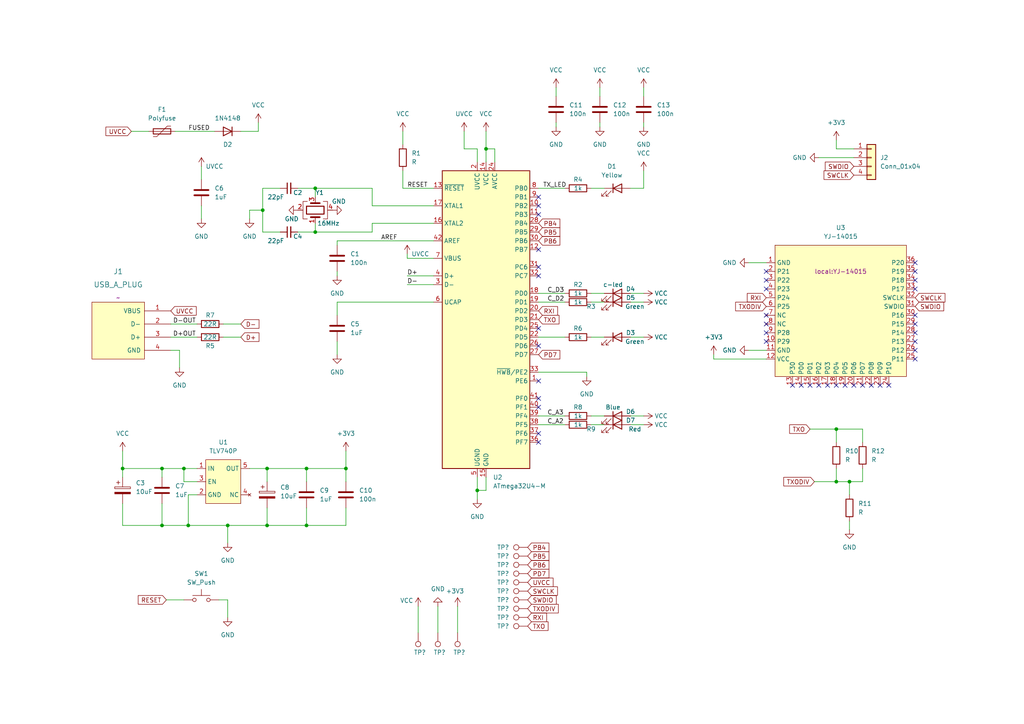
<source format=kicad_sch>
(kicad_sch (version 20211123) (generator eeschema)
  (paper "A4")
  (lib_symbols
    (symbol "Connector:TestPoint" (pin_numbers hide) (pin_names (offset 0.762) hide)
      (property "Reference" "TP" (at 0 6.858 0))
      (property "Value" "TestPoint" (at 0 5.08 0))
      (symbol "TestPoint_0_1"
        (circle (center 0 3.302) (radius 0.762))
      )
      (symbol "TestPoint_1_1"
        (pin passive line (at 0 0 90) (length 2.54) (name "1") (number "1"))
      )
    )
    (symbol "Connector_Generic:Conn_01x04" (pin_names (offset 1.016) hide)
      (property "Reference" "J" (at 0 5.08 0))
      (property "Value" "Conn_01x04" (at 0 -7.62 0))
      (symbol "Conn_01x04_1_1"
        (rectangle (start -1.27 -4.953) (end 0 -5.207) (stroke (width 0.1524)))
        (rectangle (start -1.27 -2.413) (end 0 -2.667) (stroke (width 0.1524)))
        (rectangle (start -1.27 0.127) (end 0 -0.127) (stroke (width 0.1524)))
        (rectangle (start -1.27 2.667) (end 0 2.413) (stroke (width 0.1524)))
        (rectangle (start -1.27 3.81) (end 1.27 -6.35) (stroke (width 0.254)) (fill (type background)))
        (pin passive line (at -5.08 2.54 0) (length 3.81) (name "Pin_1") (number "1"))
        (pin passive line (at -5.08 0 0) (length 3.81) (name "Pin_2") (number "2"))
        (pin passive line (at -5.08 -2.54 0) (length 3.81) (name "Pin_3") (number "3"))
        (pin passive line (at -5.08 -5.08 0) (length 3.81) (name "Pin_4") (number "4"))
      )
    )
    (symbol "Device:C" (pin_numbers hide) (pin_names (offset 0.254))
      (property "Reference" "C" (at 0.635 2.54 0))
      (property "Value" "C" (at 0.635 -2.54 0))
      (symbol "C_0_1"
        (polyline (pts (xy -2.032 -0.762) (xy 2.032 -0.762)) (stroke (width 0.508)))
        (polyline (pts (xy -2.032 0.762) (xy 2.032 0.762)) (stroke (width 0.508)))
      )
      (symbol "C_1_1"
        (pin passive line (at 0 3.81 270) (length 2.794) (name "~") (number "1"))
        (pin passive line (at 0 -3.81 90) (length 2.794) (name "~") (number "2"))
      )
    )
    (symbol "Device:C_Polarized" (pin_numbers hide) (pin_names (offset 0.254))
      (property "Reference" "C" (at 0.635 2.54 0))
      (property "Value" "C_Polarized" (at 0.635 -2.54 0))
      (symbol "C_Polarized_0_1"
        (rectangle (start -2.286 0.508) (end 2.286 1.016))
        (polyline (pts (xy -1.778 2.286) (xy -0.762 2.286)))
        (polyline (pts (xy -1.27 2.794) (xy -1.27 1.778)))
        (rectangle (start 2.286 -0.508) (end -2.286 -1.016) (fill (type outline)))
      )
      (symbol "C_Polarized_1_1"
        (pin passive line (at 0 3.81 270) (length 2.794) (name "~") (number "1"))
        (pin passive line (at 0 -3.81 90) (length 2.794) (name "~") (number "2"))
      )
    )
    (symbol "Device:C_Small" (pin_numbers hide) (pin_names (offset 0.254) hide)
      (property "Reference" "C" (at 0.254 1.778 0))
      (property "Value" "C_Small" (at 0.254 -2.032 0))
      (symbol "C_Small_0_1"
        (polyline (pts (xy -1.524 -0.508) (xy 1.524 -0.508)) (stroke (width 0.3302)))
        (polyline (pts (xy -1.524 0.508) (xy 1.524 0.508)) (stroke (width 0.3048)))
      )
      (symbol "C_Small_1_1"
        (pin passive line (at 0 2.54 270) (length 2.032) (name "~") (number "1"))
        (pin passive line (at 0 -2.54 90) (length 2.032) (name "~") (number "2"))
      )
    )
    (symbol "Device:Crystal_GND24" (pin_names (offset 1.016) hide)
      (property "Reference" "Y" (at 3.175 5.08 0))
      (property "Value" "Crystal_GND24" (at 3.175 3.175 0))
      (symbol "Crystal_GND24_0_1"
        (rectangle (start -1.143 2.54) (end 1.143 -2.54) (stroke (width 0.3048)))
        (polyline (pts (xy -2.54 0) (xy -2.032 0)))
        (polyline (pts (xy -2.032 -1.27) (xy -2.032 1.27)) (stroke (width 0.508)))
        (polyline (pts (xy 0 -3.81) (xy 0 -3.556)))
        (polyline (pts (xy 0 3.556) (xy 0 3.81)))
        (polyline (pts (xy 2.032 -1.27) (xy 2.032 1.27)) (stroke (width 0.508)))
        (polyline (pts (xy 2.032 0) (xy 2.54 0)))
        (polyline (pts (xy -2.54 -2.286) (xy -2.54 -3.556) (xy 2.54 -3.556) (xy 2.54 -2.286)))
        (polyline (pts (xy -2.54 2.286) (xy -2.54 3.556) (xy 2.54 3.556) (xy 2.54 2.286)))
      )
      (symbol "Crystal_GND24_1_1"
        (pin passive line (at -3.81 0 0) (length 1.27) (name "1") (number "1"))
        (pin passive line (at 0 5.08 270) (length 1.27) (name "2") (number "2"))
        (pin passive line (at 3.81 0 180) (length 1.27) (name "3") (number "3"))
        (pin passive line (at 0 -5.08 90) (length 1.27) (name "4") (number "4"))
      )
    )
    (symbol "Device:LED" (pin_numbers hide) (pin_names (offset 1.016) hide)
      (property "Reference" "D" (at 0 2.54 0))
      (property "Value" "LED" (at 0 -2.54 0))
      (symbol "LED_0_1"
        (polyline (pts (xy -1.27 -1.27) (xy -1.27 1.27)) (stroke (width 0.254)))
        (polyline (pts (xy -1.27 0) (xy 1.27 0)))
        (polyline (pts (xy 1.27 -1.27) (xy 1.27 1.27) (xy -1.27 0) (xy 1.27 -1.27)) (stroke (width 0.254)))
        (polyline (pts (xy -3.048 -0.762) (xy -4.572 -2.286) (xy -3.81 -2.286) (xy -4.572 -2.286) (xy -4.572 -1.524)))
        (polyline (pts (xy -1.778 -0.762) (xy -3.302 -2.286) (xy -2.54 -2.286) (xy -3.302 -2.286) (xy -3.302 -1.524)))
      )
      (symbol "LED_1_1"
        (pin passive line (at -3.81 0 0) (length 2.54) (name "K") (number "1"))
        (pin passive line (at 3.81 0 180) (length 2.54) (name "A") (number "2"))
      )
    )
    (symbol "Device:Polyfuse" (pin_numbers hide) (pin_names (offset 0))
      (property "Reference" "F" (at -2.54 0 90))
      (property "Value" "Polyfuse" (at 2.54 0 90))
      (symbol "Polyfuse_0_1"
        (rectangle (start -0.762 2.54) (end 0.762 -2.54) (stroke (width 0.254)))
        (polyline (pts (xy 0 2.54) (xy 0 -2.54)))
        (polyline (pts (xy -1.524 2.54) (xy -1.524 1.524) (xy 1.524 -1.524) (xy 1.524 -2.54)))
      )
      (symbol "Polyfuse_1_1"
        (pin passive line (at 0 3.81 270) (length 1.27) (name "~") (number "1"))
        (pin passive line (at 0 -3.81 90) (length 1.27) (name "~") (number "2"))
      )
    )
    (symbol "Device:R" (pin_numbers hide) (pin_names (offset 0))
      (property "Reference" "R" (at 2.032 0 90))
      (property "Value" "R" (at 0 0 90))
      (symbol "R_0_1"
        (rectangle (start -1.016 -2.54) (end 1.016 2.54) (stroke (width 0.254)))
      )
      (symbol "R_1_1"
        (pin passive line (at 0 3.81 270) (length 1.27) (name "~") (number "1"))
        (pin passive line (at 0 -3.81 90) (length 1.27) (name "~") (number "2"))
      )
    )
    (symbol "Diode:1N4148" (pin_numbers hide) (pin_names hide)
      (property "Reference" "D" (at 0 2.54 0))
      (property "Value" "1N4148" (at 0 -2.54 0))
      (symbol "1N4148_0_1"
        (polyline (pts (xy -1.27 1.27) (xy -1.27 -1.27)) (stroke (width 0.254)))
        (polyline (pts (xy 1.27 0) (xy -1.27 0)))
        (polyline (pts (xy 1.27 1.27) (xy 1.27 -1.27) (xy -1.27 0) (xy 1.27 1.27)) (stroke (width 0.254)))
      )
      (symbol "1N4148_1_1"
        (pin passive line (at -3.81 0 0) (length 2.54) (name "K") (number "1"))
        (pin passive line (at 3.81 0 180) (length 2.54) (name "A") (number "2"))
      )
    )
    (symbol "MCU_Microchip_ATmega:ATmega32U4-M"
      (property "Reference" "U" (at -12.7 44.45 0))
      (property "Value" "ATmega32U4-M" (at 2.54 -44.45 0))
      (symbol "ATmega32U4-M_0_1"
        (rectangle (start -12.7 -43.18) (end 12.7 43.18) (stroke (width 0.254)) (fill (type background)))
      )
      (symbol "ATmega32U4-M_1_1"
        (pin bidirectional line (at 15.24 -17.78 180) (length 2.54) (name "PE6") (number "1"))
        (pin bidirectional line (at 15.24 33.02 180) (length 2.54) (name "PB2") (number "10"))
        (pin bidirectional line (at 15.24 30.48 180) (length 2.54) (name "PB3") (number "11"))
        (pin bidirectional line (at 15.24 20.32 180) (length 2.54) (name "PB7") (number "12"))
        (pin input line (at -15.24 38.1 0) (length 2.54) (name "~{RESET}") (number "13"))
        (pin power_in line (at 0 45.72 270) (length 2.54) (name "VCC") (number "14"))
        (pin power_in line (at 0 -45.72 90) (length 2.54) (name "GND") (number "15"))
        (pin output line (at -15.24 27.94 0) (length 2.54) (name "XTAL2") (number "16"))
        (pin input line (at -15.24 33.02 0) (length 2.54) (name "XTAL1") (number "17"))
        (pin bidirectional line (at 15.24 7.62 180) (length 2.54) (name "PD0") (number "18"))
        (pin bidirectional line (at 15.24 5.08 180) (length 2.54) (name "PD1") (number "19"))
        (pin power_in line (at -2.54 45.72 270) (length 2.54) (name "UVCC") (number "2"))
        (pin bidirectional line (at 15.24 2.54 180) (length 2.54) (name "PD2") (number "20"))
        (pin bidirectional line (at 15.24 0 180) (length 2.54) (name "PD3") (number "21"))
        (pin bidirectional line (at 15.24 -5.08 180) (length 2.54) (name "PD5") (number "22"))
        (pin passive line (at 0 -45.72 90) (length 2.54) hide (name "GND") (number "23"))
        (pin power_in line (at 2.54 45.72 270) (length 2.54) (name "AVCC") (number "24"))
        (pin bidirectional line (at 15.24 -2.54 180) (length 2.54) (name "PD4") (number "25"))
        (pin bidirectional line (at 15.24 -7.62 180) (length 2.54) (name "PD6") (number "26"))
        (pin bidirectional line (at 15.24 -10.16 180) (length 2.54) (name "PD7") (number "27"))
        (pin bidirectional line (at 15.24 27.94 180) (length 2.54) (name "PB4") (number "28"))
        (pin bidirectional line (at 15.24 25.4 180) (length 2.54) (name "PB5") (number "29"))
        (pin bidirectional line (at -15.24 10.16 0) (length 2.54) (name "D-") (number "3"))
        (pin bidirectional line (at 15.24 22.86 180) (length 2.54) (name "PB6") (number "30"))
        (pin bidirectional line (at 15.24 15.24 180) (length 2.54) (name "PC6") (number "31"))
        (pin bidirectional line (at 15.24 12.7 180) (length 2.54) (name "PC7") (number "32"))
        (pin bidirectional line (at 15.24 -15.24 180) (length 2.54) (name "~{HWB}/PE2") (number "33"))
        (pin passive line (at 0 45.72 270) (length 2.54) hide (name "VCC") (number "34"))
        (pin passive line (at 0 -45.72 90) (length 2.54) hide (name "GND") (number "35"))
        (pin bidirectional line (at 15.24 -35.56 180) (length 2.54) (name "PF7") (number "36"))
        (pin bidirectional line (at 15.24 -33.02 180) (length 2.54) (name "PF6") (number "37"))
        (pin bidirectional line (at 15.24 -30.48 180) (length 2.54) (name "PF5") (number "38"))
        (pin bidirectional line (at 15.24 -27.94 180) (length 2.54) (name "PF4") (number "39"))
        (pin bidirectional line (at -15.24 12.7 0) (length 2.54) (name "D+") (number "4"))
        (pin bidirectional line (at 15.24 -25.4 180) (length 2.54) (name "PF1") (number "40"))
        (pin bidirectional line (at 15.24 -22.86 180) (length 2.54) (name "PF0") (number "41"))
        (pin passive line (at -15.24 22.86 0) (length 2.54) (name "AREF") (number "42"))
        (pin passive line (at 0 -45.72 90) (length 2.54) hide (name "GND") (number "43"))
        (pin passive line (at 2.54 45.72 270) (length 2.54) hide (name "AVCC") (number "44"))
        (pin passive line (at 0 -45.72 90) (length 2.54) hide (name "GND") (number "45"))
        (pin passive line (at -2.54 -45.72 90) (length 2.54) (name "UGND") (number "5"))
        (pin passive line (at -15.24 5.08 0) (length 2.54) (name "UCAP") (number "6"))
        (pin input line (at -15.24 17.78 0) (length 2.54) (name "VBUS") (number "7"))
        (pin bidirectional line (at 15.24 38.1 180) (length 2.54) (name "PB0") (number "8"))
        (pin bidirectional line (at 15.24 35.56 180) (length 2.54) (name "PB1") (number "9"))
      )
    )
    (symbol "Switch:SW_Push" (pin_numbers hide) (pin_names (offset 1.016) hide)
      (property "Reference" "SW" (at 1.27 2.54 0))
      (property "Value" "SW_Push" (at 0 -1.524 0))
      (symbol "SW_Push_0_1"
        (circle (center -2.032 0) (radius 0.508))
        (polyline (pts (xy 0 1.27) (xy 0 3.048)))
        (polyline (pts (xy 2.54 1.27) (xy -2.54 1.27)))
        (circle (center 2.032 0) (radius 0.508))
        (pin passive line (at -5.08 0 0) (length 2.54) (name "1") (number "1"))
        (pin passive line (at 5.08 0 180) (length 2.54) (name "2") (number "2"))
      )
    )
    (symbol "local:TLV740P"
      (property "Reference" "U" (at -3.81 7.62 0))
      (property "Value" "TLV740P" (at 0 -7.62 0))
      (symbol "TLV740P_0_1"
        (rectangle (start -5.08 6.35) (end 5.08 -6.35) (fill (type background)))
      )
      (symbol "TLV740P_1_1"
        (pin power_in line (at -7.62 3.81 0) (length 2.54) (name "IN") (number "1"))
        (pin input line (at -7.62 -3.81 0) (length 2.54) (name "GND") (number "2"))
        (pin input line (at -7.62 0 0) (length 2.54) (name "EN") (number "3"))
        (pin no_connect line (at 7.62 -3.81 180) (length 2.54) (name "NC") (number "4"))
        (pin power_out line (at 7.62 3.81 180) (length 2.54) (name "OUT") (number "5"))
      )
    )
    (symbol "local:USB_A_PLUG" (pin_names (offset 1.016))
      (property "Reference" "J2" (at 0 0 0))
      (property "Value" "USB_A_PLUG" (at 0 2.54 0))
      (property "Datasheet" "~" (at 0 0 0))
      (symbol "USB_A_PLUG_0_1"
        (rectangle (start -7.62 5.08) (end 8.89 -10.16) (fill (type background)))
      )
      (symbol "USB_A_PLUG_1_1"
        (pin power_out line (at -5.08 -17.78 90) (length 7.62) (name "VBUS") (number "1"))
        (pin bidirectional line (at -1.27 -17.78 90) (length 7.62) (name "D-") (number "2"))
        (pin bidirectional line (at 2.54 -17.78 90) (length 7.62) (name "D+") (number "3"))
        (pin power_out line (at 6.35 -17.78 90) (length 7.62) (name "GND") (number "4"))
      )
    )
    (symbol "local:UVCC" (power) (pin_names (offset 0))
      (property "Value" "UVCC" (at 0 5.08 0))
      (symbol "UVCC_0_1"
        (polyline (pts (xy -0.762 1.27) (xy 0 2.54)))
        (polyline (pts (xy 0 0) (xy 0 2.54)))
        (polyline (pts (xy 0 2.54) (xy 0.762 1.27)))
      )
      (symbol "UVCC_1_1"
        (pin power_in line (at 0 0 90) (length 0) hide (name "UVCC") (number "1"))
      )
    )
    (symbol "local:YJ-14015"
      (property "Reference" "U" (at -22.86 25.4 0))
      (property "Value" "YJ-14015" (at -5.08 7.62 0))
      (symbol "YJ-14015_0_1"
        (rectangle (start -24.13 24.13) (end 13.97 -13.97) (fill (type background)))
      )
      (symbol "YJ-14015_1_1"
        (pin power_in line (at -26.67 19.05 0) (length 2.54) (name "GND") (number "1"))
        (pin bidirectional line (at -26.67 -3.81 0) (length 2.54) (name "P29") (number "10"))
        (pin power_in line (at -26.67 -6.35 0) (length 2.54) (name "GND") (number "11"))
        (pin power_in line (at -26.67 -8.89 0) (length 2.54) (name "VCC") (number "12"))
        (pin bidirectional line (at -19.05 -16.51 90) (length 2.54) (name "P30") (number "13"))
        (pin bidirectional line (at -16.51 -16.51 90) (length 2.54) (name "P00") (number "14"))
        (pin bidirectional line (at -13.97 -16.51 90) (length 2.54) (name "P01") (number "15"))
        (pin bidirectional line (at -11.43 -16.51 90) (length 2.54) (name "P02") (number "16"))
        (pin bidirectional line (at -8.89 -16.51 90) (length 2.54) (name "P03") (number "17"))
        (pin bidirectional line (at -6.35 -16.51 90) (length 2.54) (name "P04") (number "18"))
        (pin bidirectional line (at -3.81 -16.51 90) (length 2.54) (name "P05") (number "19"))
        (pin bidirectional line (at -26.67 16.51 0) (length 2.54) (name "P21") (number "2"))
        (pin bidirectional line (at -1.27 -16.51 90) (length 2.54) (name "P06") (number "20"))
        (pin bidirectional line (at 1.27 -16.51 90) (length 2.54) (name "P07") (number "21"))
        (pin bidirectional line (at 3.81 -16.51 90) (length 2.54) (name "P08") (number "22"))
        (pin bidirectional line (at 6.35 -16.51 90) (length 2.54) (name "P09") (number "23"))
        (pin bidirectional line (at 8.89 -16.51 90) (length 2.54) (name "P10") (number "24"))
        (pin bidirectional line (at 16.51 -8.89 180) (length 2.54) (name "P11") (number "25"))
        (pin bidirectional line (at 16.51 -6.35 180) (length 2.54) (name "P12") (number "26"))
        (pin bidirectional line (at 16.51 -3.81 180) (length 2.54) (name "P13") (number "27"))
        (pin bidirectional line (at 16.51 -1.27 180) (length 2.54) (name "P14") (number "28"))
        (pin bidirectional line (at 16.51 1.27 180) (length 2.54) (name "P15") (number "29"))
        (pin bidirectional line (at -26.67 13.97 0) (length 2.54) (name "P22") (number "3"))
        (pin bidirectional line (at 16.51 3.81 180) (length 2.54) (name "P16") (number "30"))
        (pin bidirectional line (at 16.51 6.35 180) (length 2.54) (name "SWDIO") (number "31"))
        (pin bidirectional line (at 16.51 8.89 180) (length 2.54) (name "SWCLK") (number "32"))
        (pin bidirectional line (at 16.51 11.43 180) (length 2.54) (name "P17") (number "33"))
        (pin bidirectional line (at 16.51 13.97 180) (length 2.54) (name "P18") (number "34"))
        (pin bidirectional line (at 16.51 16.51 180) (length 2.54) (name "P19") (number "35"))
        (pin bidirectional line (at 16.51 19.05 180) (length 2.54) (name "P20") (number "36"))
        (pin bidirectional line (at -26.67 11.43 0) (length 2.54) (name "P23") (number "4"))
        (pin bidirectional line (at -26.67 8.89 0) (length 2.54) (name "P24") (number "5"))
        (pin bidirectional line (at -26.67 6.35 0) (length 2.54) (name "P25") (number "6"))
        (pin no_connect line (at -26.67 3.81 0) (length 2.54) (name "NC") (number "7"))
        (pin no_connect line (at -26.67 1.27 0) (length 2.54) (name "NC") (number "8"))
        (pin bidirectional line (at -26.67 -1.27 0) (length 2.54) (name "P28") (number "9"))
      )
    )
    (symbol "power:+3V3" (power) (pin_names (offset 0))
      (property "Value" "+3V3" (at 0 3.556 0))
      (symbol "+3V3_0_1"
        (polyline (pts (xy -0.762 1.27) (xy 0 2.54)))
        (polyline (pts (xy 0 0) (xy 0 2.54)))
        (polyline (pts (xy 0 2.54) (xy 0.762 1.27)))
      )
      (symbol "+3V3_1_1"
        (pin power_in line (at 0 0 90) (length 0) hide (name "+3V3") (number "1"))
      )
    )
    (symbol "power:GND" (power) (pin_names (offset 0))
      (property "Value" "GND" (at 0 -3.81 0))
      (symbol "GND_0_1"
        (polyline (pts (xy 0 0) (xy 0 -1.27) (xy 1.27 -1.27) (xy 0 -2.54) (xy -1.27 -1.27) (xy 0 -1.27)))
      )
      (symbol "GND_1_1"
        (pin power_in line (at 0 0 270) (length 0) hide (name "GND") (number "1"))
      )
    )
    (symbol "power:VCC" (power) (pin_names (offset 0))
      (property "Value" "VCC" (at 0 3.81 0))
      (symbol "VCC_0_1"
        (polyline (pts (xy -0.762 1.27) (xy 0 2.54)))
        (polyline (pts (xy 0 0) (xy 0 2.54)))
        (polyline (pts (xy 0 2.54) (xy 0.762 1.27)))
      )
      (symbol "VCC_1_1"
        (pin power_in line (at 0 0 90) (length 0) hide (name "VCC") (number "1"))
      )
    )
  )
  (junction (at 91.44 67.31))
  (junction (at 77.47 152.4))
  (junction (at 53.34 135.89))
  (junction (at 46.99 135.89))
  (junction (at 66.04 152.4))
  (junction (at 77.47 135.89))
  (junction (at 76.2 60.96))
  (junction (at 88.9 152.4))
  (junction (at 35.56 135.89))
  (junction (at 242.57 124.46))
  (junction (at 140.97 43.18))
  (junction (at 242.57 139.7))
  (junction (at 54.61 152.4))
  (junction (at 88.9 135.89))
  (junction (at 46.99 152.4))
  (junction (at 138.43 142.24))
  (junction (at 246.38 139.7))
  (junction (at 91.44 54.61))
  (junction (at 100.33 135.89))
  (no_connect (at 222.25 83.82))
  (no_connect (at 156.21 59.69))
  (no_connect (at 156.21 77.47))
  (no_connect (at 265.43 76.2))
  (no_connect (at 156.21 110.49))
  (no_connect (at 242.57 111.76))
  (no_connect (at 222.25 96.52))
  (no_connect (at 250.19 111.76))
  (no_connect (at 265.43 104.14))
  (no_connect (at 156.21 57.15))
  (no_connect (at 237.49 111.76))
  (no_connect (at 265.43 93.98))
  (no_connect (at 265.43 81.28))
  (no_connect (at 156.21 72.39))
  (no_connect (at 265.43 99.06))
  (no_connect (at 156.21 115.57))
  (no_connect (at 240.03 111.76))
  (no_connect (at 222.25 78.74))
  (no_connect (at 245.11 111.76))
  (no_connect (at 255.27 111.76))
  (no_connect (at 252.73 111.76))
  (no_connect (at 265.43 83.82))
  (no_connect (at 257.81 111.76))
  (no_connect (at 156.21 62.23))
  (no_connect (at 232.41 111.76))
  (no_connect (at 265.43 91.44))
  (no_connect (at 222.25 99.06))
  (no_connect (at 156.21 128.27))
  (no_connect (at 156.21 80.01))
  (no_connect (at 229.87 111.76))
  (no_connect (at 156.21 125.73))
  (no_connect (at 265.43 78.74))
  (no_connect (at 247.65 111.76))
  (no_connect (at 222.25 81.28))
  (no_connect (at 234.95 111.76))
  (no_connect (at 222.25 91.44))
  (no_connect (at 265.43 96.52))
  (no_connect (at 156.21 95.25))
  (no_connect (at 156.21 100.33))
  (no_connect (at 265.43 101.6))
  (no_connect (at 222.25 93.98))
  (no_connect (at 156.21 118.11))
  (wire (pts (xy 35.56 135.89) (xy 35.56 138.43)))
  (wire (pts (xy 49.53 101.6) (xy 52.07 101.6)))
  (wire (pts (xy 217.17 101.6) (xy 222.25 101.6)))
  (wire (pts (xy 100.33 135.89) (xy 100.33 130.81)))
  (wire (pts (xy 161.29 35.56) (xy 161.29 36.83)))
  (wire (pts (xy 140.97 138.43) (xy 140.97 142.24)))
  (wire (pts (xy 250.19 135.89) (xy 250.19 139.7)))
  (wire (pts (xy 207.01 102.87) (xy 207.01 104.14)))
  (wire (pts (xy 140.97 142.24) (xy 138.43 142.24)))
  (wire (pts (xy 140.97 38.1) (xy 140.97 43.18)))
  (wire (pts (xy 35.56 152.4) (xy 46.99 152.4)))
  (wire (pts (xy 58.42 48.26) (xy 58.42 52.07)))
  (wire (pts (xy 125.73 64.77) (xy 107.95 64.77)))
  (wire (pts (xy 118.11 73.66) (xy 118.11 74.93)))
  (wire (pts (xy 242.57 40.64) (xy 242.57 43.18)))
  (wire (pts (xy 138.43 138.43) (xy 138.43 142.24)))
  (wire (pts (xy 46.99 146.05) (xy 46.99 152.4)))
  (wire (pts (xy 54.61 152.4) (xy 66.04 152.4)))
  (wire (pts (xy 134.62 38.1) (xy 134.62 43.18)))
  (wire (pts (xy 186.69 35.56) (xy 186.69 36.83)))
  (wire (pts (xy 171.45 85.09) (xy 175.26 85.09)))
  (wire (pts (xy 173.99 35.56) (xy 173.99 36.83)))
  (wire (pts (xy 242.57 135.89) (xy 242.57 139.7)))
  (wire (pts (xy 156.21 54.61) (xy 163.83 54.61)))
  (wire (pts (xy 156.21 107.95) (xy 170.18 107.95)))
  (wire (pts (xy 88.9 135.89) (xy 100.33 135.89)))
  (wire (pts (xy 156.21 120.65) (xy 163.83 120.65)))
  (wire (pts (xy 53.34 139.7) (xy 53.34 135.89)))
  (wire (pts (xy 132.715 175.895) (xy 132.715 183.515)))
  (wire (pts (xy 237.49 45.72) (xy 247.65 45.72)))
  (wire (pts (xy 127 175.895) (xy 127 183.515)))
  (wire (pts (xy 116.84 49.53) (xy 116.84 54.61)))
  (wire (pts (xy 49.53 93.98) (xy 57.15 93.98)))
  (wire (pts (xy 54.61 143.51) (xy 54.61 152.4)))
  (wire (pts (xy 140.97 43.18) (xy 140.97 46.99)))
  (wire (pts (xy 97.79 87.63) (xy 125.73 87.63)))
  (wire (pts (xy 121.285 175.895) (xy 121.285 183.515)))
  (wire (pts (xy 69.85 38.1) (xy 74.93 38.1)))
  (wire (pts (xy 91.44 67.31) (xy 107.95 67.31)))
  (wire (pts (xy 66.04 152.4) (xy 77.47 152.4)))
  (wire (pts (xy 97.79 69.85) (xy 125.73 69.85)))
  (wire (pts (xy 97.79 78.74) (xy 97.79 80.01)))
  (wire (pts (xy 116.84 38.1) (xy 116.84 41.91)))
  (wire (pts (xy 236.22 139.7) (xy 242.57 139.7)))
  (wire (pts (xy 97.79 87.63) (xy 97.79 91.44)))
  (wire (pts (xy 46.99 135.89) (xy 53.34 135.89)))
  (wire (pts (xy 182.88 97.79) (xy 186.69 97.79)))
  (wire (pts (xy 64.77 93.98) (xy 69.85 93.98)))
  (wire (pts (xy 74.93 38.1) (xy 74.93 35.56)))
  (wire (pts (xy 76.2 54.61) (xy 76.2 60.96)))
  (wire (pts (xy 81.28 54.61) (xy 76.2 54.61)))
  (wire (pts (xy 170.18 107.95) (xy 170.18 109.22)))
  (wire (pts (xy 171.45 97.79) (xy 175.26 97.79)))
  (wire (pts (xy 234.95 124.46) (xy 242.57 124.46)))
  (wire (pts (xy 171.45 87.63) (xy 175.26 87.63)))
  (wire (pts (xy 77.47 135.89) (xy 77.47 139.7)))
  (wire (pts (xy 116.84 54.61) (xy 125.73 54.61)))
  (wire (pts (xy 58.42 59.69) (xy 58.42 63.5)))
  (wire (pts (xy 207.01 104.14) (xy 222.25 104.14)))
  (wire (pts (xy 38.1 38.1) (xy 43.18 38.1)))
  (wire (pts (xy 57.15 143.51) (xy 54.61 143.51)))
  (wire (pts (xy 50.8 38.1) (xy 62.23 38.1)))
  (wire (pts (xy 156.21 85.09) (xy 163.83 85.09)))
  (wire (pts (xy 107.95 64.77) (xy 107.95 67.31)))
  (wire (pts (xy 186.69 25.4) (xy 186.69 27.94)))
  (wire (pts (xy 52.07 101.6) (xy 52.07 106.68)))
  (wire (pts (xy 72.39 60.96) (xy 72.39 63.5)))
  (wire (pts (xy 217.17 76.2) (xy 222.25 76.2)))
  (wire (pts (xy 156.21 123.19) (xy 163.83 123.19)))
  (wire (pts (xy 242.57 139.7) (xy 246.38 139.7)))
  (wire (pts (xy 76.2 67.31) (xy 81.28 67.31)))
  (wire (pts (xy 242.57 124.46) (xy 242.57 128.27)))
  (wire (pts (xy 156.21 97.79) (xy 163.83 97.79)))
  (wire (pts (xy 100.33 135.89) (xy 100.33 139.7)))
  (wire (pts (xy 77.47 135.89) (xy 88.9 135.89)))
  (wire (pts (xy 63.5 173.99) (xy 66.04 173.99)))
  (wire (pts (xy 107.95 54.61) (xy 91.44 54.61)))
  (wire (pts (xy 91.44 54.61) (xy 86.36 54.61)))
  (wire (pts (xy 250.19 124.46) (xy 250.19 128.27)))
  (wire (pts (xy 182.88 87.63) (xy 186.69 87.63)))
  (wire (pts (xy 118.11 74.93) (xy 125.73 74.93)))
  (wire (pts (xy 35.56 146.05) (xy 35.56 152.4)))
  (wire (pts (xy 57.15 139.7) (xy 53.34 139.7)))
  (wire (pts (xy 46.99 152.4) (xy 54.61 152.4)))
  (wire (pts (xy 88.9 147.32) (xy 88.9 152.4)))
  (wire (pts (xy 242.57 43.18) (xy 247.65 43.18)))
  (wire (pts (xy 88.9 135.89) (xy 88.9 139.7)))
  (wire (pts (xy 97.79 69.85) (xy 97.79 71.12)))
  (wire (pts (xy 246.38 151.13) (xy 246.38 153.67)))
  (wire (pts (xy 97.79 99.06) (xy 97.79 102.87)))
  (wire (pts (xy 35.56 135.89) (xy 46.99 135.89)))
  (wire (pts (xy 242.57 124.46) (xy 250.19 124.46)))
  (wire (pts (xy 182.88 123.19) (xy 186.69 123.19)))
  (wire (pts (xy 118.11 80.01) (xy 125.73 80.01)))
  (wire (pts (xy 77.47 152.4) (xy 88.9 152.4)))
  (wire (pts (xy 171.45 120.65) (xy 175.26 120.65)))
  (wire (pts (xy 143.51 43.18) (xy 140.97 43.18)))
  (wire (pts (xy 72.39 60.96) (xy 76.2 60.96)))
  (wire (pts (xy 182.88 54.61) (xy 186.69 54.61)))
  (wire (pts (xy 76.2 60.96) (xy 76.2 67.31)))
  (wire (pts (xy 46.99 135.89) (xy 46.99 138.43)))
  (wire (pts (xy 91.44 67.31) (xy 86.36 67.31)))
  (wire (pts (xy 161.29 25.4) (xy 161.29 27.94)))
  (wire (pts (xy 64.77 97.79) (xy 69.85 97.79)))
  (wire (pts (xy 72.39 135.89) (xy 77.47 135.89)))
  (wire (pts (xy 171.45 54.61) (xy 175.26 54.61)))
  (wire (pts (xy 182.88 120.65) (xy 186.69 120.65)))
  (wire (pts (xy 156.21 87.63) (xy 163.83 87.63)))
  (wire (pts (xy 91.44 64.77) (xy 91.44 67.31)))
  (wire (pts (xy 118.11 82.55) (xy 125.73 82.55)))
  (wire (pts (xy 100.33 147.32) (xy 100.33 152.4)))
  (wire (pts (xy 53.34 135.89) (xy 57.15 135.89)))
  (wire (pts (xy 125.73 59.69) (xy 107.95 59.69)))
  (wire (pts (xy 186.69 54.61) (xy 186.69 49.53)))
  (wire (pts (xy 246.38 139.7) (xy 246.38 143.51)))
  (wire (pts (xy 182.88 85.09) (xy 186.69 85.09)))
  (wire (pts (xy 171.45 123.19) (xy 175.26 123.19)))
  (wire (pts (xy 134.62 43.18) (xy 138.43 43.18)))
  (wire (pts (xy 138.43 43.18) (xy 138.43 46.99)))
  (wire (pts (xy 246.38 139.7) (xy 250.19 139.7)))
  (wire (pts (xy 107.95 59.69) (xy 107.95 54.61)))
  (wire (pts (xy 143.51 46.99) (xy 143.51 43.18)))
  (wire (pts (xy 138.43 142.24) (xy 138.43 144.78)))
  (wire (pts (xy 77.47 147.32) (xy 77.47 152.4)))
  (wire (pts (xy 48.26 173.99) (xy 53.34 173.99)))
  (wire (pts (xy 173.99 25.4) (xy 173.99 27.94)))
  (wire (pts (xy 35.56 130.81) (xy 35.56 135.89)))
  (wire (pts (xy 100.33 152.4) (xy 88.9 152.4)))
  (wire (pts (xy 66.04 152.4) (xy 66.04 157.48)))
  (wire (pts (xy 66.04 173.99) (xy 66.04 179.07)))
  (wire (pts (xy 49.53 97.79) (xy 57.15 97.79)))
  (wire (pts (xy 91.44 57.15) (xy 91.44 54.61)))
  (label "TX_LED" (at 157.48 54.61 0))
  (label "C_A2" (at 158.75 123.19 0))
  (label "FUSED" (at 54.61 38.1 0))
  (label "AREF" (at 110.49 69.85 0))
  (label "D+OUT" (at 50.165 97.79 0))
  (label "RESET" (at 118.11 54.61 0))
  (label "C_A3" (at 158.75 120.65 0))
  (label "C_D2" (at 158.75 87.63 0))
  (label "C_D3" (at 158.75 85.09 0))
  (label "D-OUT" (at 50.165 93.98 0))
  (label "D-" (at 118.11 82.55 0))
  (label "D+" (at 118.11 80.01 0))
  (global_label "PD7" (shape input) (at 156.21 102.87 0) (property "Intersheet References" "${INTERSHEET_REFS}" (effects hide)))
  (global_label "TXO" (shape input) (at 156.21 92.71 0) (property "Intersheet References" "${INTERSHEET_REFS}" (effects hide)))
  (global_label "TXO" (shape input) (at 234.95 124.46 180) (property "Intersheet References" "${INTERSHEET_REFS}" (effects hide)))
  (global_label "TXODIV" (shape input) (at 236.22 139.7 180) (property "Intersheet References" "${INTERSHEET_REFS}" (effects hide)))
  (global_label "PB5" (shape input) (at 156.21 67.31 0) (property "Intersheet References" "${INTERSHEET_REFS}" (effects hide)))
  (global_label "SWCLK" (shape input) (at 247.65 50.8 180) (property "Intersheet References" "${INTERSHEET_REFS}" (effects hide)))
  (global_label "TXODIV" (shape input) (at 222.25 88.9 180) (property "Intersheet References" "${INTERSHEET_REFS}" (effects hide)))
  (global_label "UVCC" (shape input) (at 38.1 38.1 180) (property "Intersheet References" "${INTERSHEET_REFS}" (effects hide)))
  (global_label "RESET" (shape input) (at 48.26 173.99 180) (property "Intersheet References" "${INTERSHEET_REFS}" (effects hide)))
  (global_label "SWDIO" (shape input) (at 247.65 48.26 180) (property "Intersheet References" "${INTERSHEET_REFS}" (effects hide)))
  (global_label "SWDIO" (shape input) (at 265.43 88.9 0) (property "Intersheet References" "${INTERSHEET_REFS}" (effects hide)))
  (global_label "PB6" (shape input) (at 153.035 163.83 0) (property "Intersheet References" "${INTERSHEET_REFS}" (effects hide)))
  (global_label "UVCC" (shape input) (at 49.53 90.17 0) (property "Intersheet References" "${INTERSHEET_REFS}" (effects hide)))
  (global_label "D-" (shape input) (at 69.85 93.98 0) (property "Intersheet References" "${INTERSHEET_REFS}" (effects hide)))
  (global_label "RXI" (shape input) (at 156.21 90.17 0) (property "Intersheet References" "${INTERSHEET_REFS}" (effects hide)))
  (global_label "PB5" (shape input) (at 153.035 161.29 0) (property "Intersheet References" "${INTERSHEET_REFS}" (effects hide)))
  (global_label "TXODIV" (shape input) (at 153.035 176.53 0) (property "Intersheet References" "${INTERSHEET_REFS}" (effects hide)))
  (global_label "SWDIO" (shape input) (at 153.035 173.99 0) (property "Intersheet References" "${INTERSHEET_REFS}" (effects hide)))
  (global_label "TXO" (shape input) (at 153.035 181.61 0) (property "Intersheet References" "${INTERSHEET_REFS}" (effects hide)))
  (global_label "RXI" (shape input) (at 153.035 179.07 0) (property "Intersheet References" "${INTERSHEET_REFS}" (effects hide)))
  (global_label "UVCC" (shape input) (at 153.035 168.91 0) (property "Intersheet References" "${INTERSHEET_REFS}" (effects hide)))
  (global_label "SWCLK" (shape input) (at 265.43 86.36 0) (property "Intersheet References" "${INTERSHEET_REFS}" (effects hide)))
  (global_label "PB4" (shape input) (at 153.035 158.75 0) (property "Intersheet References" "${INTERSHEET_REFS}" (effects hide)))
  (global_label "SWCLK" (shape input) (at 153.035 171.45 0) (property "Intersheet References" "${INTERSHEET_REFS}" (effects hide)))
  (global_label "PB6" (shape input) (at 156.21 69.85 0) (property "Intersheet References" "${INTERSHEET_REFS}" (effects hide)))
  (global_label "RXI" (shape input) (at 222.25 86.36 180) (property "Intersheet References" "${INTERSHEET_REFS}" (effects hide)))
  (global_label "PD7" (shape input) (at 153.035 166.37 0) (property "Intersheet References" "${INTERSHEET_REFS}" (effects hide)))
  (global_label "PB4" (shape input) (at 156.21 64.77 0) (property "Intersheet References" "${INTERSHEET_REFS}" (effects hide)))
  (global_label "D+" (shape input) (at 69.85 97.79 0) (property "Intersheet References" "${INTERSHEET_REFS}" (effects hide)))
  (symbol (lib_id "power:GND") (at 52.07 106.68 0) (unit 1)
    (property "Reference" "#PWR0118" (effects hide))
    (property "Value" "GND" (at 52.07 111.76 0))
  )
  (symbol (lib_id "Connector:TestPoint") (at 153.035 163.83 90) (unit 1)
    (property "Reference" "TP?" (at 144.145 163.83 90) (effects (justify right)))
    (property "Value" "TestPoint" (effects hide))
    (property "Footprint" "TestPoint:TestPoint_Pad_D2.0mm" (effects hide))
  )
  (symbol (lib_id "power:VCC") (at 74.93 35.56 0) (unit 1)
    (property "Reference" "#PWR0117" (effects hide))
    (property "Value" "VCC" (at 74.93 30.48 0))
  )
  (symbol (lib_id "power:GND") (at 66.04 179.07 0) (unit 1)
    (property "Reference" "#PWR0124" (effects hide))
    (property "Value" "GND" (at 66.04 184.15 0))
  )
  (symbol (lib_id "Diode:1N4148") (at 66.04 38.1 180) (unit 1)
    (property "Reference" "D2" (at 66.04 41.91 0))
    (property "Value" "1N4148" (at 66.04 34.29 0))
    (property "Footprint" "Diode_SMD_AKL:D_SOD-123" (effects hide))
    (property "Datasheet" "https://assets.nexperia.com/documents/data-sheet/1N4148_1N4448.pdf" (effects hide))
  )
  (symbol (lib_id "power:VCC") (at 121.285 175.895 0) (unit 1)
    (property "Reference" "#PWR?" (effects hide))
    (property "Value" "VCC" (at 119.888 174.1912 0) (effects (justify right)))
  )
  (symbol (lib_id "power:GND") (at 186.69 36.83 0) (unit 1)
    (property "Reference" "#PWR0132" (effects hide))
    (property "Value" "GND" (at 186.69 41.91 0))
  )
  (symbol (lib_id "local:UVCC") (at 134.62 38.1 0) (unit 1)
    (property "Reference" "#PWR0109" (effects hide))
    (property "Value" "UVCC" (at 134.62 33.02 0))
  )
  (symbol (lib_id "Device:R") (at 246.38 147.32 0) (unit 1)
    (property "Reference" "R11" (at 248.92 146.0499 0) (effects (justify left)))
    (property "Value" "R" (at 248.92 148.5899 0) (effects (justify left)))
    (property "Footprint" "Resistor_SMD_AKL:R_0603_1608Metric" (effects hide))
  )
  (symbol (lib_id "power:GND") (at 217.17 101.6 270) (unit 1)
    (property "Reference" "#PWR0123" (effects hide))
    (property "Value" "GND" (at 209.55 101.6 90) (effects (justify left)))
  )
  (symbol (lib_id "Connector:TestPoint") (at 153.035 158.75 90) (unit 1)
    (property "Reference" "TP?" (at 144.145 158.75 90) (effects (justify right)))
    (property "Value" "TestPoint" (effects hide))
    (property "Footprint" "TestPoint:TestPoint_Pad_D2.0mm" (effects hide))
  )
  (symbol (lib_id "Device:R") (at 167.64 87.63 90) (unit 1)
    (property "Reference" "R3" (at 171.45 88.9 90))
    (property "Value" "1k" (at 167.64 87.63 90))
    (property "Footprint" "Resistor_SMD_AKL:R_0603_1608Metric" (effects hide))
  )
  (symbol (lib_id "power:VCC") (at 186.69 87.63 270) (unit 1)
    (property "Reference" "#PWR0104" (effects hide))
    (property "Value" "VCC" (at 191.77 87.63 90))
  )
  (symbol (lib_id "local:UVCC") (at 118.11 73.66 0) (unit 1)
    (property "Reference" "#PWR0111" (effects hide))
    (property "Value" "UVCC" (at 121.92 73.66 0))
  )
  (symbol (lib_id "power:GND") (at 237.49 45.72 270) (unit 1)
    (property "Reference" "#PWR0127" (effects hide))
    (property "Value" "GND" (at 229.87 45.72 90) (effects (justify left)))
  )
  (symbol (lib_id "Device:R") (at 167.64 97.79 90) (unit 1)
    (property "Reference" "R6" (at 167.64 95.25 90))
    (property "Value" "1k" (at 167.64 97.79 90))
    (property "Footprint" "Resistor_SMD_AKL:R_0603_1608Metric" (effects hide))
  )
  (symbol (lib_id "Device:LED") (at 179.07 87.63 0) (unit 1)
    (property "Reference" "D5" (at 182.88 86.36 0))
    (property "Value" "Green" (at 184.15 88.9 0))
    (property "Footprint" "Diode_SMD_AKL:D_0603_1608Metric_Pad1.05x0.95mm" (effects hide))
  )
  (symbol (lib_id "power:+3V3") (at 100.33 130.81 0) (unit 1)
    (property "Reference" "#PWR0102" (effects hide))
    (property "Value" "+3V3" (at 100.33 125.73 0))
  )
  (symbol (lib_id "Connector:TestPoint") (at 132.715 183.515 180) (unit 1)
    (property "Reference" "TP?" (at 131.445 189.23 0) (effects (justify right)))
    (property "Value" "TestPoint" (effects hide))
    (property "Footprint" "TestPoint:TestPoint_Pad_D2.0mm" (effects hide))
  )
  (symbol (lib_id "local:YJ-14015") (at 248.92 95.25 0) (unit 1)
    (property "Reference" "U3" (at 243.84 66.04 0))
    (property "Value" "YJ-14015" (at 243.84 68.58 0))
    (property "Footprint" "local:YJ-14015" (at 243.84 78.74 0))
  )
  (symbol (lib_id "Connector:TestPoint") (at 153.035 176.53 90) (unit 1)
    (property "Reference" "TP?" (at 144.145 176.53 90) (effects (justify right)))
    (property "Value" "TestPoint" (effects hide))
    (property "Footprint" "TestPoint:TestPoint_Pad_D2.0mm" (effects hide))
  )
  (symbol (lib_id "power:GND") (at 173.99 36.83 0) (unit 1)
    (property "Reference" "#PWR0129" (effects hide))
    (property "Value" "GND" (at 173.99 41.91 0))
  )
  (symbol (lib_id "power:VCC") (at 186.69 123.19 270) (unit 1)
    (property "Reference" "#PWR0108" (effects hide))
    (property "Value" "VCC" (at 191.77 123.19 90))
  )
  (symbol (lib_id "Device:C_Small") (at 83.82 67.31 90) (unit 1)
    (property "Reference" "C4" (at 86.36 68.58 90))
    (property "Value" "22pF" (at 80.01 69.85 90))
    (property "Footprint" "Capacitor_SMD_AKL:C_0603_1608Metric" (effects hide))
  )
  (symbol (lib_id "power:VCC") (at 161.29 25.4 0) (unit 1)
    (property "Reference" "#PWR0134" (effects hide))
    (property "Value" "VCC" (at 161.29 20.32 0))
  )
  (symbol (lib_id "Device:C") (at 58.42 55.88 0) (unit 1)
    (property "Reference" "C6" (at 62.23 54.6099 0) (effects (justify left)))
    (property "Value" "1uF" (at 62.23 57.1499 0) (effects (justify left)))
    (property "Footprint" "Capacitor_SMD_AKL:C_0603_1608Metric" (effects hide))
  )
  (symbol (lib_id "power:GND") (at 217.17 76.2 270) (unit 1)
    (property "Reference" "#PWR0120" (effects hide))
    (property "Value" "GND" (at 209.55 76.2 90) (effects (justify left)))
  )
  (symbol (lib_id "power:VCC") (at 140.97 38.1 0) (unit 1)
    (property "Reference" "#PWR0110" (effects hide))
    (property "Value" "VCC" (at 140.97 33.02 0))
  )
  (symbol (lib_id "Device:C_Polarized") (at 35.56 142.24 0) (unit 1)
    (property "Reference" "C3" (at 39.37 140.0809 0) (effects (justify left)))
    (property "Value" "10uF" (at 39.37 142.6209 0) (effects (justify left)))
    (property "Footprint" "Capacitor_Tantalum_SMD_AKL:CP_EIA-1608-10_AVX-L_Pad1.25x1.05mm" (effects hide))
  )
  (symbol (lib_id "local:TLV740P") (at 64.77 139.7 0) (unit 1)
    (property "Reference" "U1" (at 64.77 128.27 0))
    (property "Value" "TLV740P" (at 64.77 130.81 0))
    (property "Footprint" "Package_TO_SOT_SMD_AKL:SOT-23-5" (effects hide))
  )
  (symbol (lib_id "power:VCC") (at 186.69 85.09 270) (unit 1)
    (property "Reference" "#PWR0106" (effects hide))
    (property "Value" "VCC" (at 191.77 85.09 90))
  )
  (symbol (lib_id "Device:C") (at 186.69 31.75 0) (unit 1)
    (property "Reference" "C13" (at 190.5 30.4799 0) (effects (justify left)))
    (property "Value" "100n" (at 190.5 33.0199 0) (effects (justify left)))
    (property "Footprint" "Capacitor_SMD_AKL:C_0603_1608Metric" (effects hide))
  )
  (symbol (lib_id "Connector:TestPoint") (at 127 183.515 180) (unit 1)
    (property "Reference" "TP?" (at 125.73 189.23 0) (effects (justify right)))
    (property "Value" "TestPoint" (effects hide))
    (property "Footprint" "TestPoint:TestPoint_Pad_D2.0mm" (effects hide))
  )
  (symbol (lib_id "Device:C_Small") (at 83.82 54.61 90) (unit 1)
    (property "Reference" "C2" (at 86.36 55.88 90))
    (property "Value" "22pF" (at 80.01 57.15 90))
    (property "Footprint" "Capacitor_SMD_AKL:C_0603_1608Metric" (effects hide))
  )
  (symbol (lib_id "Device:C") (at 161.29 31.75 0) (unit 1)
    (property "Reference" "C11" (at 165.1 30.4799 0) (effects (justify left)))
    (property "Value" "100n" (at 165.1 33.0199 0) (effects (justify left)))
    (property "Footprint" "Capacitor_SMD_AKL:C_0603_1608Metric" (effects hide))
  )
  (symbol (lib_id "Connector_Generic:Conn_01x04") (at 252.73 45.72 0) (unit 1)
    (property "Reference" "J2" (at 255.27 45.7199 0) (effects (justify left)))
    (property "Value" "Conn_01x04" (at 255.27 48.2599 0) (effects (justify left)))
    (property "Footprint" "Connector_PinHeader_2.54mm:PinHeader_1x04_P2.54mm_Vertical" (effects hide))
  )
  (symbol (lib_id "Device:R") (at 116.84 45.72 0) (unit 1)
    (property "Reference" "R1" (at 119.38 44.4499 0) (effects (justify left)))
    (property "Value" "R" (at 119.38 46.9899 0) (effects (justify left)))
    (property "Footprint" "Resistor_SMD_AKL:R_0603_1608Metric" (effects hide))
  )
  (symbol (lib_id "Device:Polyfuse") (at 46.99 38.1 90) (unit 1)
    (property "Reference" "F1" (at 46.99 31.75 90))
    (property "Value" "Polyfuse" (at 46.99 34.29 90))
    (property "Footprint" "Fuse_AKL:Fuse_1812_4532Metric" (effects hide))
  )
  (symbol (lib_id "Device:C") (at 88.9 143.51 0) (unit 1)
    (property "Reference" "C9" (at 92.71 142.2399 0) (effects (justify left)))
    (property "Value" "1uF" (at 92.71 144.7799 0) (effects (justify left)))
    (property "Footprint" "Capacitor_SMD_AKL:C_0603_1608Metric" (effects hide))
  )
  (symbol (lib_id "power:GND") (at 66.04 157.48 0) (unit 1)
    (property "Reference" "#PWR0125" (effects hide))
    (property "Value" "GND" (at 66.04 162.56 0))
  )
  (symbol (lib_id "Switch:SW_Push") (at 58.42 173.99 0) (unit 1)
    (property "Reference" "SW1" (at 58.42 166.37 0))
    (property "Value" "SW_Push" (at 58.42 168.91 0))
    (property "Footprint" "local:BZCN_TSB001A3512A" (effects hide))
  )
  (symbol (lib_id "power:VCC") (at 186.69 25.4 0) (unit 1)
    (property "Reference" "#PWR0133" (effects hide))
    (property "Value" "VCC" (at 186.69 20.32 0))
  )
  (symbol (lib_id "power:GND") (at 58.42 63.5 0) (unit 1)
    (property "Reference" "#PWR0115" (effects hide))
    (property "Value" "GND" (at 58.42 68.58 0))
  )
  (symbol (lib_id "power:GND") (at 161.29 36.83 0) (unit 1)
    (property "Reference" "#PWR0130" (effects hide))
    (property "Value" "GND" (at 161.29 41.91 0))
  )
  (symbol (lib_id "Connector:TestPoint") (at 153.035 161.29 90) (unit 1)
    (property "Reference" "TP?" (at 144.145 161.29 90) (effects (justify right)))
    (property "Value" "TestPoint" (effects hide))
    (property "Footprint" "TestPoint:TestPoint_Pad_D2.0mm" (effects hide))
  )
  (symbol (lib_id "Device:R") (at 167.64 123.19 90) (unit 1)
    (property "Reference" "R9" (at 171.45 124.46 90))
    (property "Value" "1k" (at 167.64 123.19 90))
    (property "Footprint" "Resistor_SMD_AKL:R_0603_1608Metric" (effects hide))
  )
  (symbol (lib_id "power:VCC") (at 186.69 120.65 270) (unit 1)
    (property "Reference" "#PWR0107" (effects hide))
    (property "Value" "VCC" (at 191.77 120.65 90))
  )
  (symbol (lib_id "Device:LED") (at 179.07 120.65 0) (unit 1)
    (property "Reference" "D6" (at 182.88 119.38 0))
    (property "Value" "Blue" (at 177.8 118.11 0))
    (property "Footprint" "Diode_SMD_AKL:D_0603_1608Metric_Pad1.05x0.95mm" (effects hide))
  )
  (symbol (lib_id "power:GND") (at 246.38 153.67 0) (unit 1)
    (property "Reference" "#PWR0121" (effects hide))
    (property "Value" "GND" (at 246.38 158.75 0))
  )
  (symbol (lib_id "power:GND") (at 96.52 60.96 90) (unit 1)
    (property "Reference" "#PWR0136" (effects hide))
    (property "Value" "GND" (at 100.33 58.42 90) (effects (justify left)))
  )
  (symbol (lib_id "Connector:TestPoint") (at 153.035 179.07 90) (unit 1)
    (property "Reference" "TP?" (at 144.145 179.07 90) (effects (justify right)))
    (property "Value" "TestPoint" (effects hide))
    (property "Footprint" "TestPoint:TestPoint_Pad_D2.0mm" (effects hide))
  )
  (symbol (lib_id "power:+3V3") (at 132.715 175.895 0) (unit 1)
    (property "Reference" "#PWR?" (effects hide))
    (property "Value" "+3V3" (at 134.62 171.45 0) (effects (justify right)))
  )
  (symbol (lib_id "Device:C") (at 100.33 143.51 0) (unit 1)
    (property "Reference" "C10" (at 104.14 142.2399 0) (effects (justify left)))
    (property "Value" "100n" (at 104.14 144.7799 0) (effects (justify left)))
    (property "Footprint" "Capacitor_SMD_AKL:C_0603_1608Metric" (effects hide))
  )
  (symbol (lib_id "local:USB_A_PLUG") (at 31.75 95.25 90) (mirror x) (unit 1)
    (property "Reference" "J1" (at 34.29 78.74 90) (effects (font (size 1.524 1.524))))
    (property "Value" "USB_A_PLUG" (at 34.29 82.55 90) (effects (font (size 1.524 1.524))))
    (property "Footprint" "usb-PCB" (effects hide))
    (property "Datasheet" "~" (at 34.29 86.36 90) (effects (font (size 1.524 1.524))))
  )
  (symbol (lib_id "power:VCC") (at 173.99 25.4 0) (unit 1)
    (property "Reference" "#PWR0135" (effects hide))
    (property "Value" "VCC" (at 173.99 20.32 0))
  )
  (symbol (lib_id "power:GND") (at 86.36 60.96 270) (unit 1)
    (property "Reference" "#PWR0137" (effects hide))
    (property "Value" "GND" (at 82.55 63.5 90) (effects (justify left)))
  )
  (symbol (lib_id "power:GND") (at 72.39 63.5 0) (unit 1)
    (property "Reference" "#PWR0116" (effects hide))
    (property "Value" "GND" (at 72.39 68.58 0))
  )
  (symbol (lib_id "Device:R") (at 167.64 120.65 90) (unit 1)
    (property "Reference" "R8" (at 167.64 118.11 90))
    (property "Value" "1k" (at 167.64 120.65 90))
    (property "Footprint" "Resistor_SMD_AKL:R_0603_1608Metric" (effects hide))
  )
  (symbol (lib_id "Device:LED") (at 179.07 85.09 0) (unit 1)
    (property "Reference" "D4" (at 182.88 83.82 0))
    (property "Value" "c-led" (at 177.8 82.55 0))
    (property "Footprint" "Diode_SMD_AKL:D_0603_1608Metric_Pad1.05x0.95mm" (effects hide))
  )
  (symbol (lib_id "Device:C") (at 97.79 74.93 0) (unit 1)
    (property "Reference" "C1" (at 101.6 73.6599 0) (effects (justify left)))
    (property "Value" "100n" (at 101.6 76.1999 0) (effects (justify left)))
    (property "Footprint" "Capacitor_SMD_AKL:C_0603_1608Metric" (effects hide))
  )
  (symbol (lib_id "Device:R") (at 60.96 97.79 90) (unit 1)
    (property "Reference" "R5" (at 60.96 100.33 90))
    (property "Value" "22R" (at 60.96 97.79 90))
    (property "Footprint" "Resistor_SMD_AKL:R_0603_1608Metric" (effects hide))
  )
  (symbol (lib_id "Device:LED") (at 179.07 97.79 0) (unit 1)
    (property "Reference" "D3" (at 182.88 96.52 0))
    (property "Value" "Green" (at 184.15 99.06 0))
    (property "Footprint" "Diode_SMD_AKL:D_0603_1608Metric_Pad1.05x0.95mm" (effects hide))
  )
  (symbol (lib_id "Device:R") (at 167.64 54.61 90) (unit 1)
    (property "Reference" "R4" (at 167.64 52.07 90))
    (property "Value" "1k" (at 167.64 54.61 90))
    (property "Footprint" "Resistor_SMD_AKL:R_0603_1608Metric" (effects hide))
  )
  (symbol (lib_id "power:GND") (at 138.43 144.78 0) (unit 1)
    (property "Reference" "#PWR0101" (effects hide))
    (property "Value" "GND" (at 138.43 149.86 0))
  )
  (symbol (lib_id "MCU_Microchip_ATmega:ATmega32U4-M") (at 140.97 92.71 0) (unit 1)
    (property "Reference" "U2" (at 142.9894 138.43 0) (effects (justify left)))
    (property "Value" "ATmega32U4-M" (at 142.9894 140.97 0) (effects (justify left)))
    (property "Footprint" "Package_DFN_QFN:QFN-44-1EP_7x7mm_P0.5mm_EP5.2x5.2mm" (effects hide))
    (property "Datasheet" "http://ww1.microchip.com/downloads/en/DeviceDoc/Atmel-7766-8-bit-AVR-ATmega16U4-32U4_Datasheet.pdf" (effects hide))
  )
  (symbol (lib_id "power:GND") (at 97.79 80.01 0) (unit 1)
    (property "Reference" "#PWR0113" (effects hide))
    (property "Value" "GND" (at 97.79 85.09 0))
  )
  (symbol (lib_id "Connector:TestPoint") (at 153.035 166.37 90) (unit 1)
    (property "Reference" "TP?" (at 144.145 166.37 90) (effects (justify right)))
    (property "Value" "TestPoint" (effects hide))
    (property "Footprint" "TestPoint:TestPoint_Pad_D2.0mm" (effects hide))
  )
  (symbol (lib_id "Device:C") (at 97.79 95.25 0) (unit 1)
    (property "Reference" "C5" (at 101.6 93.9799 0) (effects (justify left)))
    (property "Value" "1uF" (at 101.6 96.5199 0) (effects (justify left)))
    (property "Footprint" "Capacitor_SMD_AKL:C_0603_1608Metric" (effects hide))
  )
  (symbol (lib_id "Connector:TestPoint") (at 121.285 183.515 180) (unit 1)
    (property "Reference" "TP?" (at 120.015 189.23 0) (effects (justify right)))
    (property "Value" "TestPoint" (effects hide))
    (property "Footprint" "TestPoint:TestPoint_Pad_D2.0mm" (effects hide))
  )
  (symbol (lib_id "Connector:TestPoint") (at 153.035 171.45 90) (unit 1)
    (property "Reference" "TP?" (at 144.145 171.45 90) (effects (justify right)))
    (property "Value" "TestPoint" (effects hide))
    (property "Footprint" "TestPoint:TestPoint_Pad_D2.0mm" (effects hide))
  )
  (symbol (lib_id "power:+3V3") (at 242.57 40.64 0) (unit 1)
    (property "Reference" "#PWR0128" (effects hide))
    (property "Value" "+3V3" (at 242.57 35.56 0))
  )
  (symbol (lib_id "power:VCC") (at 35.56 130.81 0) (unit 1)
    (property "Reference" "#PWR0126" (effects hide))
    (property "Value" "VCC" (at 35.56 125.73 0))
  )
  (symbol (lib_id "Device:R") (at 60.96 93.98 90) (unit 1)
    (property "Reference" "R7" (at 60.96 91.44 90))
    (property "Value" "22R" (at 60.96 93.98 90))
    (property "Footprint" "Resistor_SMD_AKL:R_0603_1608Metric" (effects hide))
  )
  (symbol (lib_id "local:UVCC") (at 58.42 48.26 0) (unit 1)
    (property "Reference" "#PWR0114" (effects hide))
    (property "Value" "UVCC" (at 62.23 48.26 0))
  )
  (symbol (lib_id "Connector:TestPoint") (at 153.035 168.91 90) (unit 1)
    (property "Reference" "TP?" (at 144.145 168.91 90) (effects (justify right)))
    (property "Value" "TestPoint" (effects hide))
    (property "Footprint" "TestPoint:TestPoint_Pad_D2.0mm" (effects hide))
  )
  (symbol (lib_id "Device:R") (at 167.64 85.09 90) (unit 1)
    (property "Reference" "R2" (at 167.64 82.55 90))
    (property "Value" "1k" (at 167.64 85.09 90))
    (property "Footprint" "Resistor_SMD_AKL:R_0603_1608Metric" (effects hide))
  )
  (symbol (lib_id "power:VCC") (at 116.84 38.1 0) (unit 1)
    (property "Reference" "#PWR0112" (effects hide))
    (property "Value" "VCC" (at 116.84 33.02 0))
  )
  (symbol (lib_id "Device:C") (at 173.99 31.75 0) (unit 1)
    (property "Reference" "C12" (at 177.8 30.4799 0) (effects (justify left)))
    (property "Value" "100n" (at 177.8 33.0199 0) (effects (justify left)))
    (property "Footprint" "Capacitor_SMD_AKL:C_0603_1608Metric" (effects hide))
  )
  (symbol (lib_id "power:VCC") (at 186.69 49.53 0) (unit 1)
    (property "Reference" "#PWR0131" (effects hide))
    (property "Value" "VCC" (at 186.69 44.45 0))
  )
  (symbol (lib_id "power:GND") (at 127 175.895 180) (unit 1)
    (property "Reference" "#PWR?" (effects hide))
    (property "Value" "GND" (at 127 170.815 0))
  )
  (symbol (lib_id "power:GND") (at 97.79 102.87 0) (unit 1)
    (property "Reference" "#PWR0119" (effects hide))
    (property "Value" "GND" (at 97.79 107.95 0))
  )
  (symbol (lib_id "power:VCC") (at 186.69 97.79 270) (unit 1)
    (property "Reference" "#PWR0105" (effects hide))
    (property "Value" "VCC" (at 191.77 97.79 90))
  )
  (symbol (lib_id "Device:C") (at 46.99 142.24 0) (unit 1)
    (property "Reference" "C7" (at 50.8 140.9699 0) (effects (justify left)))
    (property "Value" "1uF" (at 50.8 143.5099 0) (effects (justify left)))
    (property "Footprint" "Capacitor_SMD_AKL:C_0603_1608Metric" (effects hide))
  )
  (symbol (lib_id "Connector:TestPoint") (at 153.035 173.99 90) (unit 1)
    (property "Reference" "TP?" (at 144.145 173.99 90) (effects (justify right)))
    (property "Value" "TestPoint" (effects hide))
    (property "Footprint" "TestPoint:TestPoint_Pad_D2.0mm" (effects hide))
  )
  (symbol (lib_id "power:+3V3") (at 207.01 102.87 0) (unit 1)
    (property "Reference" "#PWR0122" (effects hide))
    (property "Value" "+3V3" (at 207.01 97.79 0))
  )
  (symbol (lib_id "Device:LED") (at 179.07 123.19 0) (unit 1)
    (property "Reference" "D7" (at 182.88 121.92 0))
    (property "Value" "Red" (at 184.15 124.46 0))
    (property "Footprint" "Diode_SMD_AKL:D_0603_1608Metric_Pad1.05x0.95mm" (effects hide))
  )
  (symbol (lib_id "Device:R") (at 242.57 132.08 0) (unit 1)
    (property "Reference" "R10" (at 245.11 130.8099 0) (effects (justify left)))
    (property "Value" "R" (at 245.11 133.3499 0) (effects (justify left)))
    (property "Footprint" "Resistor_SMD_AKL:R_0603_1608Metric" (effects hide))
  )
  (symbol (lib_id "Device:R") (at 250.19 132.08 0) (unit 1)
    (property "Reference" "R12" (at 252.73 130.8099 0) (effects (justify left)))
    (property "Value" "R" (at 252.73 133.3499 0) (effects (justify left)))
    (property "Footprint" "Resistor_SMD_AKL:R_0603_1608Metric" (effects hide))
  )
  (symbol (lib_id "Device:Crystal_GND24") (at 91.44 60.96 90) (unit 1)
    (property "Reference" "Y1" (at 92.71 55.88 90))
    (property "Value" "16MHz" (at 95.25 64.77 90))
    (property "Footprint" "Crystal_AKL:Crystal_SMD_EuroQuartz_MT-4Pin_3.2x2.5mm" (effects hide))
  )
  (symbol (lib_id "Device:LED") (at 179.07 54.61 0) (unit 1)
    (property "Reference" "D1" (at 177.4825 48.26 0))
    (property "Value" "Yellow" (at 177.4825 50.8 0))
    (property "Footprint" "Diode_SMD_AKL:D_0603_1608Metric_Pad1.05x0.95mm" (effects hide))
  )
  (symbol (lib_id "power:GND") (at 170.18 109.22 0) (unit 1)
    (property "Reference" "#PWR0103" (effects hide))
    (property "Value" "GND" (at 170.18 114.3 0))
  )
  (symbol (lib_id "Device:C_Polarized") (at 77.47 143.51 0) (unit 1)
    (property "Reference" "C8" (at 81.28 141.3509 0) (effects (justify left)))
    (property "Value" "10uF" (at 81.28 143.8909 0) (effects (justify left)))
    (property "Footprint" "Capacitor_Tantalum_SMD_AKL:CP_EIA-1608-10_AVX-L_Pad1.25x1.05mm" (effects hide))
  )
  (symbol (lib_id "Connector:TestPoint") (at 153.035 181.61 90) (unit 1)
    (property "Reference" "TP?" (at 144.145 181.61 90) (effects (justify right)))
    (property "Value" "TestPoint" (effects hide))
    (property "Footprint" "TestPoint:TestPoint_Pad_D2.0mm" (effects hide))
  )
)
</source>
